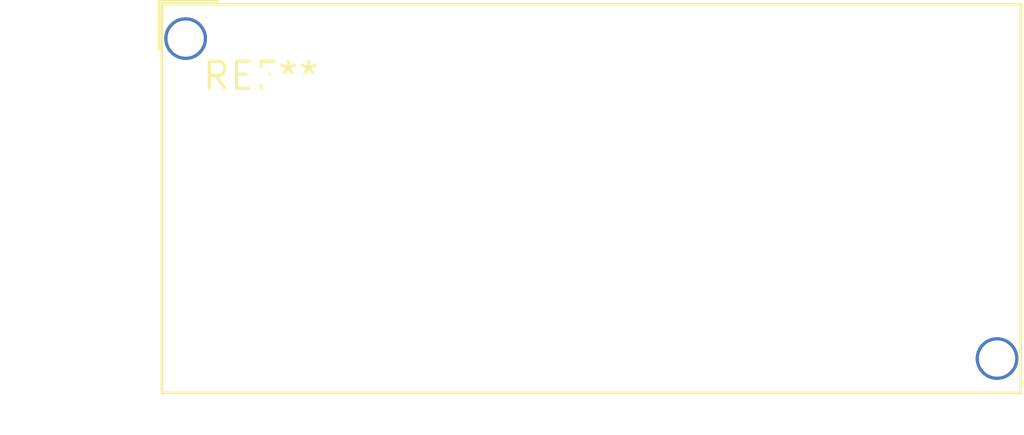
<source format=kicad_pcb>
(kicad_pcb (version 20240108) (generator pcbnew)
  (layers (0 "F.Cu" signal) (31 "B.Cu" signal) (34 "B.Paste" user) (35 "F.Paste" user) (36 "B.SilkS" user "B.Silkscreen") (37 "F.SilkS" user "F.Silkscreen") (38 "B.Mask" user) (39 "F.Mask" user) (44 "Edge.Cuts" user))
  (net 0 "")
  (footprint "Wells_648-0482211SA01" (layer "F.Cu") (at 0 0)
    (property "Reference" "REF**")
    (property "Value" "Wells_648-0482211SA01")
    (fp_line (start -4.78 -3.5) (end -4.78 -1.25) (layer "F.SilkS") (stroke (width 0.12)))
    (fp_line (start -4.78 -3.5) (end -2.03 -3.5) (layer "F.SilkS") (stroke (width 0.12)))
    (fp_line (start -4.64 -3.36) (end -4.64 14.86) (layer "F.SilkS") (stroke (width 0.12)))
    (fp_line (start -4.64 14.86) (end 35.58 14.86) (layer "F.SilkS") (stroke (width 0.12)))
    (fp_line (start 35.58 -3.36) (end -4.64 -3.36) (layer "F.SilkS") (stroke (width 0.12)))
    (fp_line (start 35.58 14.86) (end 35.58 -3.36) (layer "F.SilkS") (stroke (width 0.12)))
    (pad "" np_thru_hole circle (at -3.53 -1.75) (size 2 2) (drill 1.7) (layers *.Cu *.Mask))
    (pad "" np_thru_hole circle (at 34.47 13.25) (size 2 2) (drill 1.7) (layers *.Cu *.Mask))
    (pad "1" thru_hole rect (at 0 0) (size 1.5 1.1) (drill 0.75) (layers *.Cu *.Mask) (remove_unused_layers))
    (pad "2" thru_hole roundrect (at -3.3 0.5) (size 1.5 1.1) (drill 0.75) (layers *.Cu *.Mask) (remove_unused_layers))
    (pad "3" thru_hole roundrect (at 3.3 1) (size 1.5 1.1) (drill 0.75) (layers *.Cu *.Mask) (remove_unused_layers))
    (pad "4" thru_hole roundrect (at 0 1.5) (size 1.5 1.1) (drill 0.75) (layers *.Cu *.Mask) (remove_unused_layers))
    (pad "5" thru_hole roundrect (at -3.3 2) (size 1.5 1.1) (drill 0.75) (layers *.Cu *.Mask) (remove_unused_layers))
    (pad "6" thru_hole roundrect (at 3.3 2.5) (size 1.5 1.1) (drill 0.75) (layers *.Cu *.Mask) (remove_unused_layers))
    (pad "7" thru_hole roundrect (at 0 3) (size 1.5 1.1) (drill 0.75) (layers *.Cu *.Mask) (remove_unused_layers))
    (pad "8" thru_hole roundrect (at -3.3 3.5) (size 1.5 1.1) (drill 0.75) (layers *.Cu *.Mask) (remove_unused_layers))
    (pad "9" thru_hole roundrect (at 3.3 4) (size 1.5 1.1) (drill 0.75) (layers *.Cu *.Mask) (remove_unused_layers))
    (pad "10" thru_hole roundrect (at 0 4.5) (size 1.5 1.1) (drill 0.75) (layers *.Cu *.Mask) (remove_unused_layers))
    (pad "11" thru_hole roundrect (at -3.3 5) (size 1.5 1.1) (drill 0.75) (layers *.Cu *.Mask) (remove_unused_layers))
    (pad "12" thru_hole roundrect (at 3.3 5.5) (size 1.5 1.1) (drill 0.75) (layers *.Cu *.Mask) (remove_unused_layers))
    (pad "13" thru_hole roundrect (at 0 6) (size 1.5 1.1) (drill 0.75) (layers *.Cu *.Mask) (remove_unused_layers))
    (pad "14" thru_hole roundrect (at -3.3 6.5) (size 1.5 1.1) (drill 0.75) (layers *.Cu *.Mask) (remove_unused_layers))
    (pad "15" thru_hole roundrect (at 3.3 7) (size 1.5 1.1) (drill 0.75) (layers *.Cu *.Mask) (remove_unused_layers))
    (pad "16" thru_hole roundrect (at 0 7.5) (size 1.5 1.1) (drill 0.75) (layers *.Cu *.Mask) (remove_unused_layers))
    (pad "17" thru_hole roundrect (at -3.3 8) (size 1.5 1.1) (drill 0.75) (layers *.Cu *.Mask) (remove_unused_layers))
    (pad "18" thru_hole roundrect (at 3.3 8.5) (size 1.5 1.1) (drill 0.75) (layers *.Cu *.Mask) (remove_unused_layers))
    (pad "19" thru_hole roundrect (at 0 9) (size 1.5 1.1) (drill 0.75) (layers *.Cu *.Mask) (remove_unused_layers))
    (pad "20" thru_hole roundrect (at -3.3 9.5) (size 1.5 1.1) (drill 0.75) (layers *.Cu *.Mask) (remove_unused_layers))
    (pad "21" thru_hole roundrect (at 3.3 10) (size 1.5 1.1) (drill 0.75) (layers *.Cu *.Mask) (remove_unused_layers))
    (pad "22" thru_hole roundrect (at 0 10.5) (size 1.5 1.1) (drill 0.75) (layers *.Cu *.Mask) (remove_unused_layers))
    (pad "23" thru_hole roundrect (at -3.3 11) (size 1.5 1.1) (drill 0.75) (layers *.Cu *.Mask) (remove_unused_layers))
    (pad "24" thru_hole roundrect (at 3.3 11.5) (size 1.5 1.1) (drill 0.75) (layers *.Cu *.Mask) (remove_unused_layers))
    (pad "25" thru_hole roundrect (at 27.64 11.5) (size 1.5 1.1) (drill 0.75) (layers *.Cu *.Mask) (remove_unused_layers))
    (pad "26" thru_hole roundrect (at 34.24 11) (size 1.5 1.1) (drill 0.75) (layers *.Cu *.Mask) (remove_unused_layers))
    (pad "27" thru_hole roundrect (at 30.94 10.5) (size 1.5 1.1) (drill 0.75) (layers *.Cu *.Mask) (remove_unused_layers))
    (pad "28" thru_hole roundrect (at 27.64 10) (size 1.5 1.1) (drill 0.75) (layers *.Cu *.Mask) (remove_unused_layers))
    (pad "29" thru_hole roundrect (at 34.24 9.5) (size 1.5 1.1) (drill 0.75) (layers *.Cu *.Mask) (remove_unused_layers))
    (pad "30" thru_hole roundrect (at 30.94 9) (size 1.5 1.1) (drill 0.75) (layers *.Cu *.Mask) (remove_unused_layers))
    (pad "31" thru_hole roundrect (at 27.64 8.5) (size 1.5 1.1) (drill 0.75) (layers *.Cu *.Mask) (remove_unused_layers))
    (pad "32" thru_hole roundrect (at 34.24 8) (size 1.5 1.1) (drill 0.75) (layers *.Cu *.Mask) (remove_unused_layers))
    (pad "33" thru_hole roundrect (at 30.94 7.5) (size 1.5 1.1) (drill 0.75) (layers *.Cu *.Mask) (remove_unused_layers))
    (pad "34" thru_hole roundrect (at 27.64 7) (size 1.5 1.1) (drill 0.75) (layers *.Cu *.Mask) (remove_unused_layers))
    (pad "35" thru_hole roundrect (at 34.24 6.5) (size 1.5 1.1) (drill 0.75) (layers *.Cu *.Mask) (remove_unused_layers))
    (pad "36" thru_hole roundrect (at 30.94 6) (size 1.5 1.1) (drill 0.75) (layers *.Cu *.Mask) (remove_unused_layers))
    (pad "37" thru_hole roundrect (at 27.64 5.5) (size 1.5 1.1) (drill 0.75) (layers *.Cu *.Mask) (remove_unused_layers))
    (pad "38" thru_hole roundrect (at 34.24 5) (size 1.5 1.1) (drill 0.75) (layers *.Cu *.Mask) (remove_unused_layers))
    (pad "39" thru_hole roundrect (at 30.94 4.5) (size 1.5 1.1) (drill 0.75) (layers *.Cu *.Mask) (remove_unused_layers))
    (pad "40" thru_hole roundrect (at 27.64 4) (size 1.5 1.1) (drill 0.75) (layers *.Cu *.Mask) (remove_unused_layers))
    (pad "41" thru_hole roundrect (at 34.24 3.5) (size 1.5 1.1) (drill 0.75) (layers *.Cu *.Mask) (remove_unused_layers))
    (pad "42" thru_hole roundrect (at 30.94 3) (size 1.5 1.1) (drill 0.75) (layers *.Cu *.Mask) (remove_unused_layers))
    (pad "43" thru_hole roundrect (at 27.64 2.5) (size 1.5 1.1) (drill 0.75) (layers *.Cu *.Mask) (remove_unused_layers))
    (pad "44" thru_hole roundrect (at 34.24 2) (size 1.5 1.1) (drill 0.75) (layers *.Cu *.Mask) (remove_unused_layers))
    (pad "45" thru_hole roundrect (at 30.94 1.5) (size 1.5 1.1) (drill 0.75) (layers *.Cu *.Mask) (remove_unused_layers))
    (pad "46" thru_hole roundrect (at 27.64 1) (size 1.5 1.1) (drill 0.75) (layers *.Cu *.Mask) (remove_unused_layers))
    (pad "47" thru_hole roundrect (at 34.24 0.5) (size 1.5 1.1) (drill 0.75) (layers *.Cu *.Mask) (remove_unused_layers))
    (pad "48" thru_hole roundrect (at 30.94 0) (size 1.5 1.1) (drill 0.75) (layers *.Cu *.Mask) (remove_unused_layers))
  )
)
</source>
